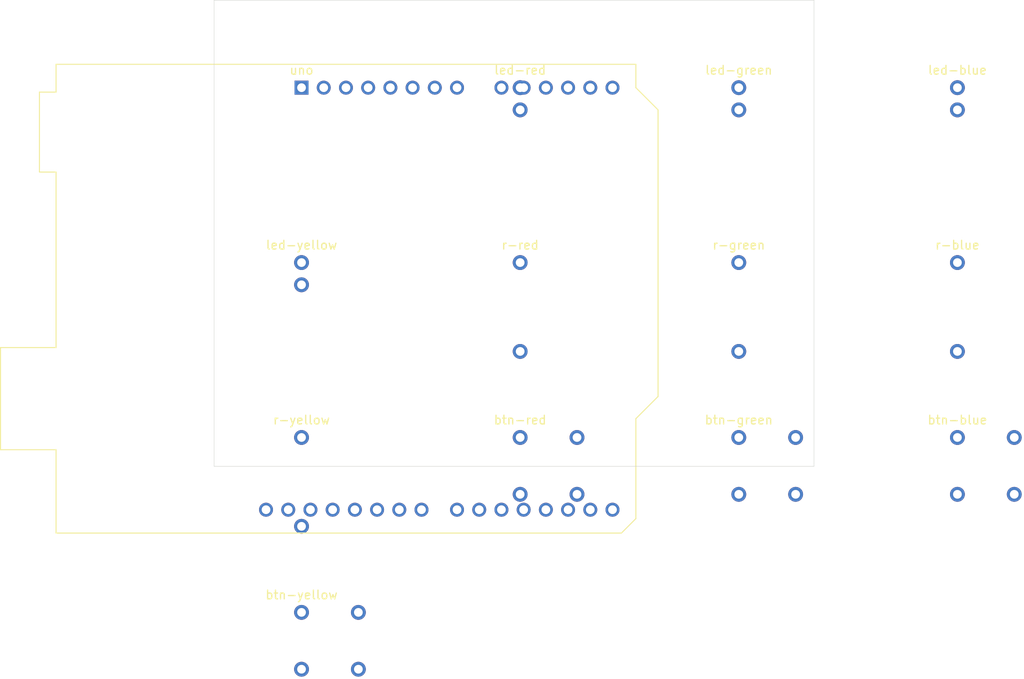
<source format=kicad_pcb>
(kicad_pcb (version 20240108) (generator sparkbench) (generator_version "1.0")
  (layers (0 F.Cu signal) (31 B.Cu signal) (36 B.SilkS user) (37 F.SilkS user) (38 B.Mask user) (39 F.Mask user) (44 Edge.Cuts user))
  (title_block (title "Sparkbench PCB Editor Alpha"))
  (net 0 "")
  (net 1 Net-1)
  (net 2 Net-2)
  (net 3 Net-3)
  (net 4 Net-4)
  (net 5 Net-5)
  (net 6 Net-6)
  (net 7 Net-7)
  (net 8 Net-8)
  (net 9 Net-9)
  (net 10 Net-10)
  (net 11 Net-11)
  (net 12 Net-12)
  (net 13 Net-13)
  (net 14 Net-14)
  (gr_line (start 0 0) (end 68.6 0) (layer Edge.Cuts) (stroke (width 0.05)))
  (gr_line (start 68.6 0) (end 68.6 53.3) (layer Edge.Cuts) (stroke (width 0.05)))
  (gr_line (start 68.6 53.3) (end 0 53.3) (layer Edge.Cuts) (stroke (width 0.05)))
  (gr_line (start 0 53.3) (end 0 0) (layer Edge.Cuts) (stroke (width 0.05)))
  (footprint Arduino-Uno-Shield (layer F.Cu) (at 10 10)
    (fp_text reference uno (at 0 -2) (layer F.SilkS))
    (fp_text value Arduino-Uno-Shield)
    (fp_line (start -34.42 29.72) (end -34.42 41.4) (layer F.SilkS) (stroke (width 0.12)))
    (fp_line (start -34.42 41.4) (end -28.07 41.4) (layer F.SilkS) (stroke (width 0.12)))
    (fp_line (start -29.97 0.51) (end -29.97 9.65) (layer F.SilkS) (stroke (width 0.12)))
    (fp_line (start -29.97 9.65) (end -28.07 9.65) (layer F.SilkS) (stroke (width 0.12)))
    (fp_line (start -28.07 -2.67) (end -28.07 0.51) (layer F.SilkS) (stroke (width 0.12)))
    (fp_line (start -28.07 0.51) (end -29.97 0.51) (layer F.SilkS) (stroke (width 0.12)))
    (fp_line (start -28.07 9.65) (end -28.07 29.72) (layer F.SilkS) (stroke (width 0.12)))
    (fp_line (start -28.07 29.72) (end -34.42 29.72) (layer F.SilkS) (stroke (width 0.12)))
    (fp_line (start -28.07 41.4) (end -28.07 50.93) (layer F.SilkS) (stroke (width 0.12)))
    (fp_line (start -28.07 50.93) (end 36.58 50.93) (layer F.SilkS) (stroke (width 0.12)))
    (fp_line (start 36.58 50.93) (end 38.23 49.28) (layer F.SilkS) (stroke (width 0.12)))
    (fp_line (start 38.23 -2.67) (end -28.07 -2.67) (layer F.SilkS) (stroke (width 0.12)))
    (fp_line (start 38.23 0) (end 38.23 -2.67) (layer F.SilkS) (stroke (width 0.12)))
    (fp_line (start 38.23 37.85) (end 40.77 35.31) (layer F.SilkS) (stroke (width 0.12)))
    (fp_line (start 38.23 49.28) (end 38.23 37.85) (layer F.SilkS) (stroke (width 0.12)))
    (fp_line (start 40.77 2.54) (end 38.23 0) (layer F.SilkS) (stroke (width 0.12)))
    (fp_line (start 40.77 35.31) (end 40.77 2.54) (layer F.SilkS) (stroke (width 0.12)))
    (pad uno:0 thru_hole rect (at 0 0) (size 1.6 1.6) (layers F.Cu B.Cu) (drill 1))
    (pad uno:1 thru_hole circle (at 2.54 0) (size 1.6 1.6) (layers F.Cu B.Cu) (drill 1))
    (pad uno:2 thru_hole circle (at 5.08 0) (size 1.6 1.6) (layers F.Cu B.Cu) (drill 1) (net 14 Net-14))
    (pad uno:3 thru_hole circle (at 7.62 0) (size 1.6 1.6) (layers F.Cu B.Cu) (drill 1) (net 13 Net-13))
    (pad uno:4 thru_hole circle (at 10.16 0) (size 1.6 1.6) (layers F.Cu B.Cu) (drill 1) (net 12 Net-12))
    (pad uno:5 thru_hole circle (at 12.7 0) (size 1.6 1.6) (layers F.Cu B.Cu) (drill 1) (net 11 Net-11))
    (pad uno:6 thru_hole circle (at 15.24 0) (size 1.6 1.6) (layers F.Cu B.Cu) (drill 1))
    (pad uno:7 thru_hole circle (at 17.78 0) (size 1.6 1.6) (layers F.Cu B.Cu) (drill 1))
    (pad uno:8 thru_hole circle (at 22.86 0) (size 1.6 1.6) (layers F.Cu B.Cu) (drill 1))
    (pad uno:9 thru_hole circle (at 25.4 0) (size 1.6 1.6) (layers F.Cu B.Cu) (drill 1) (net 9 Net-9))
    (pad uno:10 thru_hole circle (at 27.94 0) (size 1.6 1.6) (layers F.Cu B.Cu) (drill 1) (net 6 Net-6))
    (pad uno:11 thru_hole circle (at 30.48 0) (size 1.6 1.6) (layers F.Cu B.Cu) (drill 1) (net 4 Net-4))
    (pad uno:12 thru_hole circle (at 33.02 0) (size 1.6 1.6) (layers F.Cu B.Cu) (drill 1) (net 1 Net-1))
    (pad uno:13 thru_hole circle (at 35.56 0) (size 1.6 1.6) (layers F.Cu B.Cu) (drill 1))
    (pad uno:A0 thru_hole circle (at 35.56 48.26) (size 1.6 1.6) (layers F.Cu B.Cu) (drill 1))
    (pad uno:A1 thru_hole circle (at 33.02 48.26) (size 1.6 1.6) (layers F.Cu B.Cu) (drill 1))
    (pad uno:A2 thru_hole circle (at 30.48 48.26) (size 1.6 1.6) (layers F.Cu B.Cu) (drill 1))
    (pad uno:A3 thru_hole circle (at 27.94 48.26) (size 1.6 1.6) (layers F.Cu B.Cu) (drill 1))
    (pad uno:A4 thru_hole circle (at 25.4 48.26) (size 1.6 1.6) (layers F.Cu B.Cu) (drill 1))
    (pad uno:A5 thru_hole circle (at 22.86 48.26) (size 1.6 1.6) (layers F.Cu B.Cu) (drill 1))
    (pad uno:GND.1 thru_hole circle (at 20.32 48.26) (size 1.6 1.6) (layers F.Cu B.Cu) (drill 1) (net 3 Net-3))
    (pad uno:AREF thru_hole circle (at 17.78 48.26) (size 1.6 1.6) (layers F.Cu B.Cu) (drill 1))
    (pad uno:VIN thru_hole circle (at 13.72 48.26) (size 1.6 1.6) (layers F.Cu B.Cu) (drill 1))
    (pad uno:GND.2 thru_hole circle (at 11.18 48.26) (size 1.6 1.6) (layers F.Cu B.Cu) (drill 1) (net 8 Net-8))
    (pad uno:GND.3 thru_hole circle (at 8.64 48.26) (size 1.6 1.6) (layers F.Cu B.Cu) (drill 1))
    (pad uno:5V thru_hole circle (at 6.1 48.26) (size 1.6 1.6) (layers F.Cu B.Cu) (drill 1))
    (pad uno:3.3V thru_hole circle (at 3.56 48.26) (size 1.6 1.6) (layers F.Cu B.Cu) (drill 1))
    (pad uno:RESET thru_hole circle (at 1.02 48.26) (size 1.6 1.6) (layers F.Cu B.Cu) (drill 1))
    (pad uno:IOREF thru_hole circle (at -1.52 48.26) (size 1.6 1.6) (layers F.Cu B.Cu) (drill 1))
    (pad uno:NC thru_hole circle (at -4.06 48.26) (size 1.6 1.6) (layers F.Cu B.Cu) (drill 1))
  )
  (footprint LED-THT-3mm (layer F.Cu) (at 35 10)
    (fp_text reference led-red (at 0 -2) (layer F.SilkS))
    (fp_text value LED-THT-3mm)
    (pad led-red:1 thru_hole circle (at 0 0) (size 1.7 1.7) (layers F.Cu B.Cu) (drill 1) (net 2 Net-2))
    (pad led-red:2 thru_hole circle (at 0 2.54) (size 1.7 1.7) (layers F.Cu B.Cu) (drill 1) (net 3 Net-3))
  )
  (footprint LED-THT-3mm (layer F.Cu) (at 60 10)
    (fp_text reference led-green (at 0 -2) (layer F.SilkS))
    (fp_text value LED-THT-3mm)
    (pad led-green:1 thru_hole circle (at 0 0) (size 1.7 1.7) (layers F.Cu B.Cu) (drill 1) (net 5 Net-5))
    (pad led-green:2 thru_hole circle (at 0 2.54) (size 1.7 1.7) (layers F.Cu B.Cu) (drill 1) (net 3 Net-3))
  )
  (footprint LED-THT-3mm (layer F.Cu) (at 85 10)
    (fp_text reference led-blue (at 0 -2) (layer F.SilkS))
    (fp_text value LED-THT-3mm)
    (pad led-blue:1 thru_hole circle (at 0 0) (size 1.7 1.7) (layers F.Cu B.Cu) (drill 1) (net 7 Net-7))
    (pad led-blue:2 thru_hole circle (at 0 2.54) (size 1.7 1.7) (layers F.Cu B.Cu) (drill 1) (net 8 Net-8))
  )
  (footprint LED-THT-3mm (layer F.Cu) (at 10 30)
    (fp_text reference led-yellow (at 0 -2) (layer F.SilkS))
    (fp_text value LED-THT-3mm)
    (pad led-yellow:1 thru_hole circle (at 0 0) (size 1.7 1.7) (layers F.Cu B.Cu) (drill 1) (net 10 Net-10))
    (pad led-yellow:2 thru_hole circle (at 0 2.54) (size 1.7 1.7) (layers F.Cu B.Cu) (drill 1) (net 8 Net-8))
  )
  (footprint Axial-0.4in (layer F.Cu) (at 35 30)
    (fp_text reference r-red (at 0 -2) (layer F.SilkS))
    (fp_text value "220")
    (pad r-red:1 thru_hole circle (at 0 0) (size 1.7 1.7) (layers F.Cu B.Cu) (drill 1) (net 1 Net-1))
    (pad r-red:2 thru_hole circle (at 0 10.16) (size 1.7 1.7) (layers F.Cu B.Cu) (drill 1) (net 2 Net-2))
  )
  (footprint Axial-0.4in (layer F.Cu) (at 60 30)
    (fp_text reference r-green (at 0 -2) (layer F.SilkS))
    (fp_text value "220")
    (pad r-green:1 thru_hole circle (at 0 0) (size 1.7 1.7) (layers F.Cu B.Cu) (drill 1) (net 4 Net-4))
    (pad r-green:2 thru_hole circle (at 0 10.16) (size 1.7 1.7) (layers F.Cu B.Cu) (drill 1) (net 5 Net-5))
  )
  (footprint Axial-0.4in (layer F.Cu) (at 85 30)
    (fp_text reference r-blue (at 0 -2) (layer F.SilkS))
    (fp_text value "220")
    (pad r-blue:1 thru_hole circle (at 0 0) (size 1.7 1.7) (layers F.Cu B.Cu) (drill 1) (net 6 Net-6))
    (pad r-blue:2 thru_hole circle (at 0 10.16) (size 1.7 1.7) (layers F.Cu B.Cu) (drill 1) (net 7 Net-7))
  )
  (footprint Axial-0.4in (layer F.Cu) (at 10 50)
    (fp_text reference r-yellow (at 0 -2) (layer F.SilkS))
    (fp_text value "220")
    (pad r-yellow:1 thru_hole circle (at 0 0) (size 1.7 1.7) (layers F.Cu B.Cu) (drill 1) (net 9 Net-9))
    (pad r-yellow:2 thru_hole circle (at 0 10.16) (size 1.7 1.7) (layers F.Cu B.Cu) (drill 1) (net 10 Net-10))
  )
  (footprint SW-THT-6mm (layer F.Cu) (at 35 50)
    (fp_text reference btn-red (at 0 -2) (layer F.SilkS))
    (fp_text value SW-THT-6mm)
    (pad btn-red:1 thru_hole circle (at 0 0) (size 1.7 1.7) (layers F.Cu B.Cu) (drill 1) (net 3 Net-3))
    (pad btn-red:2 thru_hole circle (at 6.5 0) (size 1.7 1.7) (layers F.Cu B.Cu) (drill 1))
    (pad btn-red:3 thru_hole circle (at 0 6.5) (size 1.7 1.7) (layers F.Cu B.Cu) (drill 1))
    (pad btn-red:4 thru_hole circle (at 6.5 6.5) (size 1.7 1.7) (layers F.Cu B.Cu) (drill 1) (net 11 Net-11))
  )
  (footprint SW-THT-6mm (layer F.Cu) (at 60 50)
    (fp_text reference btn-green (at 0 -2) (layer F.SilkS))
    (fp_text value SW-THT-6mm)
    (pad btn-green:1 thru_hole circle (at 0 0) (size 1.7 1.7) (layers F.Cu B.Cu) (drill 1) (net 3 Net-3))
    (pad btn-green:2 thru_hole circle (at 6.5 0) (size 1.7 1.7) (layers F.Cu B.Cu) (drill 1))
    (pad btn-green:3 thru_hole circle (at 0 6.5) (size 1.7 1.7) (layers F.Cu B.Cu) (drill 1))
    (pad btn-green:4 thru_hole circle (at 6.5 6.5) (size 1.7 1.7) (layers F.Cu B.Cu) (drill 1) (net 12 Net-12))
  )
  (footprint SW-THT-6mm (layer F.Cu) (at 85 50)
    (fp_text reference btn-blue (at 0 -2) (layer F.SilkS))
    (fp_text value SW-THT-6mm)
    (pad btn-blue:1 thru_hole circle (at 0 0) (size 1.7 1.7) (layers F.Cu B.Cu) (drill 1) (net 13 Net-13))
    (pad btn-blue:2 thru_hole circle (at 6.5 0) (size 1.7 1.7) (layers F.Cu B.Cu) (drill 1))
    (pad btn-blue:3 thru_hole circle (at 0 6.5) (size 1.7 1.7) (layers F.Cu B.Cu) (drill 1))
    (pad btn-blue:4 thru_hole circle (at 6.5 6.5) (size 1.7 1.7) (layers F.Cu B.Cu) (drill 1) (net 8 Net-8))
  )
  (footprint SW-THT-6mm (layer F.Cu) (at 10 70)
    (fp_text reference btn-yellow (at 0 -2) (layer F.SilkS))
    (fp_text value SW-THT-6mm)
    (pad btn-yellow:1 thru_hole circle (at 0 0) (size 1.7 1.7) (layers F.Cu B.Cu) (drill 1) (net 14 Net-14))
    (pad btn-yellow:2 thru_hole circle (at 6.5 0) (size 1.7 1.7) (layers F.Cu B.Cu) (drill 1))
    (pad btn-yellow:3 thru_hole circle (at 0 6.5) (size 1.7 1.7) (layers F.Cu B.Cu) (drill 1))
    (pad btn-yellow:4 thru_hole circle (at 6.5 6.5) (size 1.7 1.7) (layers F.Cu B.Cu) (drill 1) (net 8 Net-8))
  )
)
</source>
